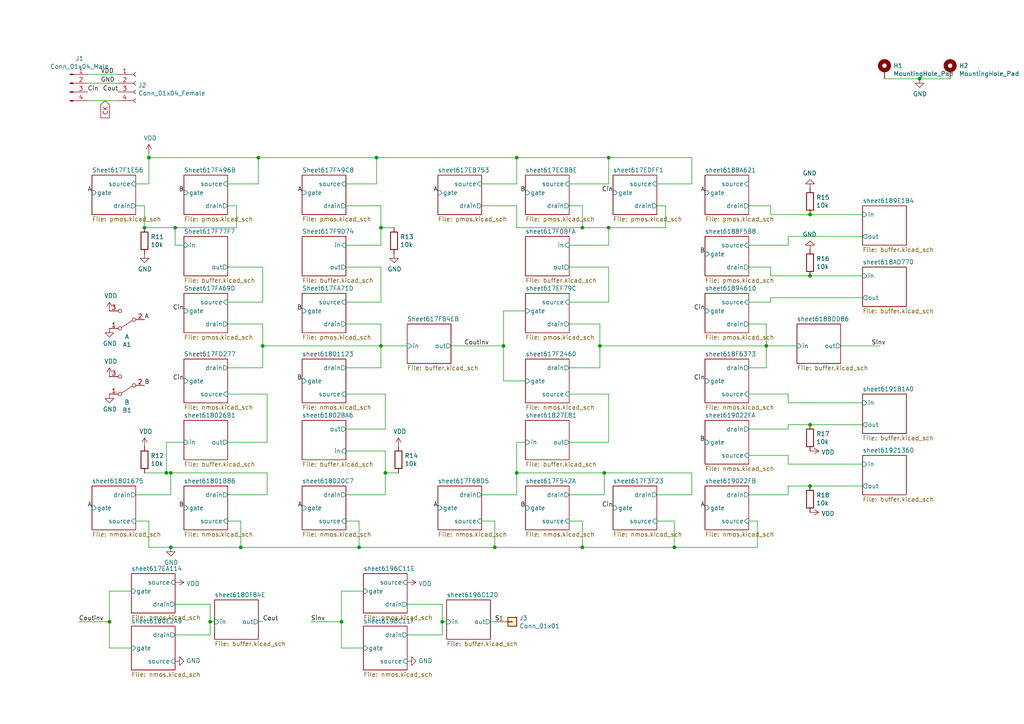
<source format=kicad_sch>
(kicad_sch (version 20210621) (generator eeschema)
  (paper "A4")
  (lib_symbols
    (symbol "Connector:Conn_01x04_Female" (pin_names (offset 1.016) hide)
      (property "Reference" "J" (at 0 5.08 0))
      (property "Value" "Conn_01x04_Female" (at 0 -7.62 0))
      (symbol "Conn_01x04_Female_1_1"
        (arc (start 0 -4.572) (mid -0.508 -5.08) (end 0 -5.588) (stroke (width 0.1524)))
        (arc (start 0 -2.032) (mid -0.508 -2.54) (end 0 -3.048) (stroke (width 0.1524)))
        (polyline (pts (xy -1.27 -5.08) (xy -0.508 -5.08)) (stroke (width 0.1524)))
        (polyline (pts (xy -1.27 -2.54) (xy -0.508 -2.54)) (stroke (width 0.1524)))
        (polyline (pts (xy -1.27 0) (xy -0.508 0)) (stroke (width 0.1524)))
        (polyline (pts (xy -1.27 2.54) (xy -0.508 2.54)) (stroke (width 0.1524)))
        (arc (start 0 0.508) (mid -0.508 0) (end 0 -0.508) (stroke (width 0.1524)))
        (arc (start 0 3.048) (mid -0.508 2.54) (end 0 2.032) (stroke (width 0.1524)))
        (pin passive line (at -5.08 2.54 0) (length 3.81) (name "Pin_1") (number "1"))
        (pin passive line (at -5.08 0 0) (length 3.81) (name "Pin_2") (number "2"))
        (pin passive line (at -5.08 -2.54 0) (length 3.81) (name "Pin_3") (number "3"))
        (pin passive line (at -5.08 -5.08 0) (length 3.81) (name "Pin_4") (number "4"))
      )
    )
    (symbol "Connector:Conn_01x04_Male" (pin_names (offset 1.016) hide)
      (property "Reference" "J" (at 0 5.08 0))
      (property "Value" "Conn_01x04_Male" (at 0 -7.62 0))
      (symbol "Conn_01x04_Male_1_1"
        (polyline (pts (xy 1.27 -5.08) (xy 0.8636 -5.08)) (stroke (width 0.1524)))
        (polyline (pts (xy 1.27 -2.54) (xy 0.8636 -2.54)) (stroke (width 0.1524)))
        (polyline (pts (xy 1.27 0) (xy 0.8636 0)) (stroke (width 0.1524)))
        (polyline (pts (xy 1.27 2.54) (xy 0.8636 2.54)) (stroke (width 0.1524)))
        (rectangle (start 0.8636 -4.953) (end 0 -5.207) (stroke (width 0.1524)) (fill (type outline)))
        (rectangle (start 0.8636 -2.413) (end 0 -2.667) (stroke (width 0.1524)) (fill (type outline)))
        (rectangle (start 0.8636 0.127) (end 0 -0.127) (stroke (width 0.1524)) (fill (type outline)))
        (rectangle (start 0.8636 2.667) (end 0 2.413) (stroke (width 0.1524)) (fill (type outline)))
        (pin passive line (at 5.08 2.54 180) (length 3.81) (name "Pin_1") (number "1"))
        (pin passive line (at 5.08 0 180) (length 3.81) (name "Pin_2") (number "2"))
        (pin passive line (at 5.08 -2.54 180) (length 3.81) (name "Pin_3") (number "3"))
        (pin passive line (at 5.08 -5.08 180) (length 3.81) (name "Pin_4") (number "4"))
      )
    )
    (symbol "Connector_Generic:Conn_01x01" (pin_names (offset 1.016) hide)
      (property "Reference" "J" (at 0 2.54 0))
      (property "Value" "Conn_01x01" (at 0 -2.54 0))
      (symbol "Conn_01x01_1_1"
        (rectangle (start -1.27 0.127) (end 0 -0.127) (stroke (width 0.1524)))
        (rectangle (start -1.27 1.27) (end 1.27 -1.27) (stroke (width 0.254)) (fill (type background)))
        (pin passive line (at -5.08 0 0) (length 3.81) (name "Pin_1") (number "1"))
      )
    )
    (symbol "Device:R" (pin_numbers hide) (pin_names (offset 0))
      (property "Reference" "R" (at 2.032 0 90))
      (property "Value" "R" (at 0 0 90))
      (symbol "R_0_1"
        (rectangle (start -1.016 -2.54) (end 1.016 2.54) (stroke (width 0.254)))
      )
      (symbol "R_1_1"
        (pin passive line (at 0 3.81 270) (length 1.27) (name "~") (number "1"))
        (pin passive line (at 0 -3.81 90) (length 1.27) (name "~") (number "2"))
      )
    )
    (symbol "Mechanical:MountingHole_Pad" (pin_numbers hide) (pin_names (offset 1.016) hide)
      (property "Reference" "H" (at 0 6.35 0))
      (property "Value" "MountingHole_Pad" (at 0 4.445 0))
      (symbol "MountingHole_Pad_0_1"
        (circle (center 0 1.27) (radius 1.27) (stroke (width 1.27)))
      )
      (symbol "MountingHole_Pad_1_1"
        (pin input line (at 0 -2.54 90) (length 2.54) (name "1") (number "1"))
      )
    )
    (symbol "Switch:SW_SPDT" (pin_names (offset 0) hide)
      (property "Reference" "SW" (at 0 4.318 0))
      (property "Value" "SW_SPDT" (at 0 -5.08 0))
      (symbol "SW_SPDT_0_0"
        (circle (center -2.032 0) (radius 0.508))
        (circle (center 2.032 -2.54) (radius 0.508))
      )
      (symbol "SW_SPDT_0_1"
        (polyline (pts (xy -1.524 0.254) (xy 1.651 2.286)))
        (circle (center 2.032 2.54) (radius 0.508))
      )
      (symbol "SW_SPDT_1_1"
        (pin passive line (at 5.08 2.54 180) (length 2.54) (name "A") (number "1"))
        (pin passive line (at -5.08 0 0) (length 2.54) (name "B") (number "2"))
        (pin passive line (at 5.08 -2.54 180) (length 2.54) (name "C") (number "3"))
      )
    )
    (symbol "power:GND" (power) (pin_names (offset 0))
      (property "Value" "GND" (at 0 -3.81 0))
      (symbol "GND_0_1"
        (polyline (pts (xy 0 0) (xy 0 -1.27) (xy 1.27 -1.27) (xy 0 -2.54) (xy -1.27 -1.27) (xy 0 -1.27)))
      )
      (symbol "GND_1_1"
        (pin power_in line (at 0 0 270) (length 0) hide (name "GND") (number "1"))
      )
    )
    (symbol "power:VDD" (power) (pin_names (offset 0))
      (property "Value" "VDD" (at 0 3.81 0))
      (symbol "VDD_0_1"
        (polyline (pts (xy -0.762 1.27) (xy 0 2.54)))
        (polyline (pts (xy 0 0) (xy 0 2.54)))
        (polyline (pts (xy 0 2.54) (xy 0.762 1.27)))
      )
      (symbol "VDD_1_1"
        (pin power_in line (at 0 0 90) (length 0) hide (name "VDD") (number "1"))
      )
    )
  )
  (junction (at 48.26 137.16))
  (junction (at 99.06 180.34))
  (junction (at 234.95 123.19))
  (junction (at 128.27 180.34))
  (junction (at 49.53 158.75))
  (junction (at 176.53 45.72))
  (junction (at 43.18 45.72))
  (junction (at 50.8 66.04))
  (junction (at 175.26 137.16))
  (junction (at 146.05 100.33))
  (junction (at 74.93 45.72))
  (junction (at 41.91 66.04))
  (junction (at 173.99 100.33))
  (junction (at 111.76 137.16))
  (junction (at 49.53 137.16))
  (junction (at 222.25 100.33))
  (junction (at 76.2 100.33))
  (junction (at 195.58 158.75))
  (junction (at 176.53 66.04))
  (junction (at 110.49 100.33))
  (junction (at 234.95 140.97))
  (junction (at 234.95 80.01))
  (junction (at 60.96 180.34))
  (junction (at 234.95 62.23))
  (junction (at 104.14 158.75))
  (junction (at 149.86 137.16))
  (junction (at 149.86 45.72))
  (junction (at 109.22 45.72))
  (junction (at 168.91 158.75))
  (junction (at 31.75 180.34))
  (junction (at 266.7 22.86))
  (junction (at 168.91 66.04))
  (junction (at 143.51 158.75))
  (junction (at 110.49 66.04))
  (junction (at 69.85 158.75))
  (wire (pts (xy 234.95 123.19) (xy 250.19 123.19)))
  (wire (pts (xy 219.71 151.13) (xy 217.17 151.13)))
  (wire (pts (xy 115.57 137.16) (xy 111.76 137.16)))
  (wire (pts (xy 149.86 53.34) (xy 139.7 53.34)))
  (wire (pts (xy 25.4 24.13) (xy 34.29 24.13)))
  (wire (pts (xy 139.7 143.51) (xy 149.86 143.51)))
  (wire (pts (xy 100.33 143.51) (xy 111.76 143.51)))
  (wire (pts (xy 50.8 66.04) (xy 50.8 71.12)))
  (wire (pts (xy 111.76 124.46) (xy 111.76 114.3)))
  (wire (pts (xy 146.05 90.17) (xy 152.4 90.17)))
  (wire (pts (xy 228.6 134.62) (xy 250.19 134.62)))
  (wire (pts (xy 146.05 100.33) (xy 146.05 110.49)))
  (wire (pts (xy 31.75 171.45) (xy 38.1 171.45)))
  (wire (pts (xy 76.2 93.98) (xy 76.2 100.33)))
  (wire (pts (xy 110.49 93.98) (xy 110.49 100.33)))
  (wire (pts (xy 49.53 137.16) (xy 48.26 137.16)))
  (wire (pts (xy 111.76 114.3) (xy 100.33 114.3)))
  (wire (pts (xy 50.8 184.15) (xy 60.96 184.15)))
  (wire (pts (xy 110.49 59.69) (xy 110.49 66.04)))
  (wire (pts (xy 99.06 180.34) (xy 99.06 171.45)))
  (wire (pts (xy 200.66 53.34) (xy 190.5 53.34)))
  (wire (pts (xy 41.91 66.04) (xy 41.91 59.69)))
  (wire (pts (xy 41.91 137.16) (xy 48.26 137.16)))
  (wire (pts (xy 48.26 137.16) (xy 48.26 128.27)))
  (wire (pts (xy 104.14 158.75) (xy 104.14 151.13)))
  (wire (pts (xy 109.22 45.72) (xy 149.86 45.72)))
  (wire (pts (xy 266.7 22.86) (xy 275.59 22.86)))
  (wire (pts (xy 173.99 100.33) (xy 222.25 100.33)))
  (wire (pts (xy 195.58 158.75) (xy 195.58 151.13)))
  (wire (pts (xy 168.91 151.13) (xy 165.1 151.13)))
  (wire (pts (xy 223.52 77.47) (xy 223.52 80.01)))
  (wire (pts (xy 74.93 53.34) (xy 66.04 53.34)))
  (wire (pts (xy 143.51 158.75) (xy 143.51 151.13)))
  (wire (pts (xy 43.18 45.72) (xy 74.93 45.72)))
  (wire (pts (xy 200.66 45.72) (xy 200.66 53.34)))
  (wire (pts (xy 149.86 137.16) (xy 175.26 137.16)))
  (wire (pts (xy 168.91 66.04) (xy 176.53 66.04)))
  (wire (pts (xy 173.99 93.98) (xy 173.99 100.33)))
  (wire (pts (xy 149.86 45.72) (xy 149.86 53.34)))
  (wire (pts (xy 110.49 66.04) (xy 110.49 71.12)))
  (wire (pts (xy 77.47 128.27) (xy 77.47 114.3)))
  (wire (pts (xy 176.53 114.3) (xy 165.1 114.3)))
  (wire (pts (xy 66.04 143.51) (xy 77.47 143.51)))
  (wire (pts (xy 228.6 71.12) (xy 228.6 68.58)))
  (wire (pts (xy 165.1 143.51) (xy 175.26 143.51)))
  (wire (pts (xy 77.47 137.16) (xy 49.53 137.16)))
  (wire (pts (xy 50.8 71.12) (xy 53.34 71.12)))
  (wire (pts (xy 110.49 100.33) (xy 118.11 100.33)))
  (wire (pts (xy 243.84 100.33) (xy 255.27 100.33)))
  (wire (pts (xy 110.49 87.63) (xy 110.49 77.47)))
  (wire (pts (xy 104.14 151.13) (xy 100.33 151.13)))
  (wire (pts (xy 228.6 124.46) (xy 228.6 123.19)))
  (wire (pts (xy 228.6 68.58) (xy 250.19 68.58)))
  (wire (pts (xy 111.76 143.51) (xy 111.76 137.16)))
  (wire (pts (xy 25.4 21.59) (xy 34.29 21.59)))
  (wire (pts (xy 100.33 93.98) (xy 110.49 93.98)))
  (wire (pts (xy 60.96 175.26) (xy 60.96 180.34)))
  (wire (pts (xy 49.53 158.75) (xy 69.85 158.75)))
  (wire (pts (xy 60.96 184.15) (xy 60.96 180.34)))
  (wire (pts (xy 176.53 77.47) (xy 176.53 87.63)))
  (wire (pts (xy 100.33 106.68) (xy 110.49 106.68)))
  (wire (pts (xy 222.25 106.68) (xy 222.25 100.33)))
  (wire (pts (xy 111.76 130.81) (xy 100.33 130.81)))
  (wire (pts (xy 43.18 44.45) (xy 43.18 45.72)))
  (wire (pts (xy 173.99 106.68) (xy 173.99 100.33)))
  (wire (pts (xy 39.37 143.51) (xy 49.53 143.51)))
  (wire (pts (xy 193.04 66.04) (xy 193.04 59.69)))
  (wire (pts (xy 176.53 45.72) (xy 176.53 53.34)))
  (wire (pts (xy 66.04 93.98) (xy 76.2 93.98)))
  (wire (pts (xy 149.86 137.16) (xy 149.86 128.27)))
  (wire (pts (xy 110.49 106.68) (xy 110.49 100.33)))
  (wire (pts (xy 228.6 143.51) (xy 228.6 140.97)))
  (wire (pts (xy 193.04 59.69) (xy 190.5 59.69)))
  (wire (pts (xy 168.91 158.75) (xy 168.91 151.13)))
  (wire (pts (xy 256.54 22.86) (xy 266.7 22.86)))
  (wire (pts (xy 60.96 180.34) (xy 62.23 180.34)))
  (wire (pts (xy 217.17 106.68) (xy 222.25 106.68)))
  (wire (pts (xy 176.53 66.04) (xy 176.53 71.12)))
  (wire (pts (xy 223.52 87.63) (xy 223.52 86.36)))
  (wire (pts (xy 50.8 66.04) (xy 41.91 66.04)))
  (wire (pts (xy 200.66 143.51) (xy 190.5 143.51)))
  (wire (pts (xy 128.27 184.15) (xy 128.27 180.34)))
  (wire (pts (xy 104.14 158.75) (xy 143.51 158.75)))
  (wire (pts (xy 168.91 158.75) (xy 195.58 158.75)))
  (wire (pts (xy 217.17 143.51) (xy 228.6 143.51)))
  (wire (pts (xy 109.22 53.34) (xy 100.33 53.34)))
  (wire (pts (xy 143.51 158.75) (xy 168.91 158.75)))
  (wire (pts (xy 228.6 140.97) (xy 234.95 140.97)))
  (wire (pts (xy 195.58 158.75) (xy 219.71 158.75)))
  (wire (pts (xy 223.52 86.36) (xy 250.19 86.36)))
  (wire (pts (xy 165.1 93.98) (xy 173.99 93.98)))
  (wire (pts (xy 217.17 77.47) (xy 223.52 77.47)))
  (wire (pts (xy 217.17 93.98) (xy 222.25 93.98)))
  (wire (pts (xy 43.18 45.72) (xy 43.18 53.34)))
  (wire (pts (xy 217.17 59.69) (xy 223.52 59.69)))
  (wire (pts (xy 69.85 158.75) (xy 69.85 151.13)))
  (wire (pts (xy 176.53 53.34) (xy 165.1 53.34)))
  (wire (pts (xy 48.26 128.27) (xy 53.34 128.27)))
  (wire (pts (xy 200.66 137.16) (xy 200.66 143.51)))
  (wire (pts (xy 175.26 137.16) (xy 200.66 137.16)))
  (wire (pts (xy 228.6 114.3) (xy 228.6 116.84)))
  (wire (pts (xy 143.51 151.13) (xy 139.7 151.13)))
  (wire (pts (xy 66.04 87.63) (xy 76.2 87.63)))
  (wire (pts (xy 149.86 59.69) (xy 149.86 66.04)))
  (wire (pts (xy 146.05 110.49) (xy 152.4 110.49)))
  (wire (pts (xy 31.75 187.96) (xy 38.1 187.96)))
  (wire (pts (xy 111.76 137.16) (xy 111.76 130.81)))
  (wire (pts (xy 74.93 45.72) (xy 74.93 53.34)))
  (wire (pts (xy 217.17 87.63) (xy 223.52 87.63)))
  (wire (pts (xy 146.05 100.33) (xy 146.05 90.17)))
  (wire (pts (xy 149.86 143.51) (xy 149.86 137.16)))
  (wire (pts (xy 219.71 158.75) (xy 219.71 151.13)))
  (wire (pts (xy 77.47 114.3) (xy 66.04 114.3)))
  (wire (pts (xy 217.17 71.12) (xy 228.6 71.12)))
  (wire (pts (xy 66.04 106.68) (xy 76.2 106.68)))
  (wire (pts (xy 25.4 29.21) (xy 34.29 29.21)))
  (wire (pts (xy 130.81 100.33) (xy 146.05 100.33)))
  (wire (pts (xy 234.95 62.23) (xy 250.19 62.23)))
  (wire (pts (xy 76.2 87.63) (xy 76.2 77.47)))
  (wire (pts (xy 99.06 180.34) (xy 99.06 187.96)))
  (wire (pts (xy 68.58 59.69) (xy 68.58 66.04)))
  (wire (pts (xy 195.58 151.13) (xy 190.5 151.13)))
  (wire (pts (xy 109.22 45.72) (xy 109.22 53.34)))
  (wire (pts (xy 114.3 66.04) (xy 110.49 66.04)))
  (wire (pts (xy 74.93 180.34) (xy 76.2 180.34)))
  (wire (pts (xy 43.18 53.34) (xy 39.37 53.34)))
  (wire (pts (xy 223.52 62.23) (xy 234.95 62.23)))
  (wire (pts (xy 165.1 77.47) (xy 176.53 77.47)))
  (wire (pts (xy 176.53 66.04) (xy 193.04 66.04)))
  (wire (pts (xy 110.49 77.47) (xy 100.33 77.47)))
  (wire (pts (xy 165.1 106.68) (xy 173.99 106.68)))
  (wire (pts (xy 128.27 175.26) (xy 128.27 180.34)))
  (wire (pts (xy 176.53 71.12) (xy 165.1 71.12)))
  (wire (pts (xy 223.52 80.01) (xy 234.95 80.01)))
  (wire (pts (xy 31.75 180.34) (xy 31.75 171.45)))
  (wire (pts (xy 50.8 175.26) (xy 60.96 175.26)))
  (wire (pts (xy 74.93 45.72) (xy 109.22 45.72)))
  (wire (pts (xy 66.04 59.69) (xy 68.58 59.69)))
  (wire (pts (xy 223.52 59.69) (xy 223.52 62.23)))
  (wire (pts (xy 39.37 151.13) (xy 43.18 151.13)))
  (wire (pts (xy 69.85 151.13) (xy 66.04 151.13)))
  (wire (pts (xy 76.2 100.33) (xy 110.49 100.33)))
  (wire (pts (xy 99.06 171.45) (xy 105.41 171.45)))
  (wire (pts (xy 76.2 77.47) (xy 66.04 77.47)))
  (wire (pts (xy 234.95 80.01) (xy 250.19 80.01)))
  (wire (pts (xy 149.86 128.27) (xy 152.4 128.27)))
  (wire (pts (xy 165.1 128.27) (xy 176.53 128.27)))
  (wire (pts (xy 176.53 87.63) (xy 165.1 87.63)))
  (wire (pts (xy 43.18 158.75) (xy 49.53 158.75)))
  (wire (pts (xy 234.95 140.97) (xy 250.19 140.97)))
  (wire (pts (xy 66.04 128.27) (xy 77.47 128.27)))
  (wire (pts (xy 222.25 93.98) (xy 222.25 100.33)))
  (wire (pts (xy 165.1 59.69) (xy 168.91 59.69)))
  (wire (pts (xy 118.11 175.26) (xy 128.27 175.26)))
  (wire (pts (xy 176.53 45.72) (xy 200.66 45.72)))
  (wire (pts (xy 49.53 143.51) (xy 49.53 137.16)))
  (wire (pts (xy 228.6 132.08) (xy 228.6 134.62)))
  (wire (pts (xy 100.33 124.46) (xy 111.76 124.46)))
  (wire (pts (xy 76.2 106.68) (xy 76.2 100.33)))
  (wire (pts (xy 43.18 151.13) (xy 43.18 158.75)))
  (wire (pts (xy 217.17 124.46) (xy 228.6 124.46)))
  (wire (pts (xy 100.33 87.63) (xy 110.49 87.63)))
  (wire (pts (xy 149.86 66.04) (xy 168.91 66.04)))
  (wire (pts (xy 90.17 180.34) (xy 99.06 180.34)))
  (wire (pts (xy 217.17 132.08) (xy 228.6 132.08)))
  (wire (pts (xy 217.17 114.3) (xy 228.6 114.3)))
  (wire (pts (xy 99.06 187.96) (xy 105.41 187.96)))
  (wire (pts (xy 175.26 143.51) (xy 175.26 137.16)))
  (wire (pts (xy 22.86 180.34) (xy 31.75 180.34)))
  (wire (pts (xy 110.49 71.12) (xy 100.33 71.12)))
  (wire (pts (xy 31.75 180.34) (xy 31.75 187.96)))
  (wire (pts (xy 176.53 128.27) (xy 176.53 114.3)))
  (wire (pts (xy 69.85 158.75) (xy 104.14 158.75)))
  (wire (pts (xy 139.7 59.69) (xy 149.86 59.69)))
  (wire (pts (xy 142.24 180.34) (xy 143.51 180.34)))
  (wire (pts (xy 168.91 59.69) (xy 168.91 66.04)))
  (wire (pts (xy 77.47 143.51) (xy 77.47 137.16)))
  (wire (pts (xy 228.6 123.19) (xy 234.95 123.19)))
  (wire (pts (xy 222.25 100.33) (xy 231.14 100.33)))
  (wire (pts (xy 100.33 59.69) (xy 110.49 59.69)))
  (wire (pts (xy 118.11 184.15) (xy 128.27 184.15)))
  (wire (pts (xy 128.27 180.34) (xy 129.54 180.34)))
  (wire (pts (xy 228.6 116.84) (xy 250.19 116.84)))
  (wire (pts (xy 68.58 66.04) (xy 50.8 66.04)))
  (wire (pts (xy 41.91 59.69) (xy 39.37 59.69)))
  (wire (pts (xy 149.86 45.72) (xy 176.53 45.72)))
  (label "A" (at 127 55.88 180))
  (label "A" (at 87.63 55.88 180))
  (label "GND" (at 29.21 24.13 0))
  (label "A" (at 41.91 92.71 0))
  (label "A" (at 204.47 147.32 180))
  (label "A" (at 87.63 147.32 180))
  (label "Cout" (at 34.29 26.67 180))
  (label "Cout" (at 76.2 180.34 0))
  (label "A" (at 204.47 55.88 180))
  (label "B" (at 204.47 128.27 180))
  (label "Cin" (at 204.47 110.49 180))
  (label "B" (at 87.63 90.17 180))
  (label "A" (at 26.67 55.88 180))
  (label "B" (at 41.91 111.76 0))
  (label "A" (at 127 147.32 180))
  (label "Cin" (at 53.34 110.49 180))
  (label "Coutinv" (at 134.62 100.33 0))
  (label "B" (at 152.4 55.88 180))
  (label "Sinv" (at 252.73 100.33 0))
  (label "B" (at 87.63 110.49 180))
  (label "VDD" (at 29.21 21.59 0))
  (label "Coutinv" (at 22.86 180.34 0))
  (label "Sinv" (at 90.17 180.34 0))
  (label "B" (at 53.34 147.32 180))
  (label "Cin" (at 177.8 55.88 180))
  (label "B" (at 53.34 55.88 180))
  (label "B" (at 204.47 73.66 180))
  (label "B" (at 152.4 147.32 180))
  (label "Cin" (at 204.47 90.17 180))
  (label "Cin" (at 25.4 26.67 0))
  (label "S" (at 143.51 180.34 0))
  (label "A" (at 26.67 147.32 180))
  (label "Cin" (at 177.8 147.32 180))
  (label "Cin" (at 53.34 90.17 180))
  (global_label "CK" (shape input) (at 30.48 29.21 270) (property "Intersheet References" "${INTERSHEET_REFS}" (effects hide)))
  (symbol (lib_id "power:VDD") (at 43.18 44.45 0) (unit 1)
    (property "Reference" "#PWR0101" (effects hide))
    (property "Value" "VDD" (at 43.561 40.0558 0))
  )
  (symbol (lib_id "Switch:SW_SPDT") (at 36.83 92.71 180) (unit 1)
    (property "Reference" "A1" (at 36.83 99.949 0))
    (property "Value" "A" (at 36.83 97.6376 0))
    (property "Footprint" "digikey-footprints:PinHeader_1x3_P2.5mm_Drill1.1mm" (effects hide))
  )
  (symbol (lib_id "Switch:SW_SPDT") (at 36.83 111.76 180) (unit 1)
    (property "Reference" "B1" (at 36.83 118.999 0))
    (property "Value" "B" (at 36.83 116.6876 0))
    (property "Footprint" "digikey-footprints:PinHeader_1x3_P2.5mm_Drill1.1mm" (effects hide))
  )
  (symbol (lib_id "power:VDD") (at 31.75 90.17 0) (unit 1)
    (property "Reference" "#PWR0113" (effects hide))
    (property "Value" "VDD" (at 32.131 85.7758 0))
  )
  (symbol (lib_id "power:VDD") (at 31.75 109.22 0) (unit 1)
    (property "Reference" "#PWR0114" (effects hide))
    (property "Value" "VDD" (at 32.131 104.8258 0))
  )
  (symbol (lib_id "power:GND") (at 31.75 95.25 0) (unit 1)
    (property "Reference" "#PWR0115" (effects hide))
    (property "Value" "GND" (at 31.877 99.6442 0))
  )
  (symbol (lib_id "power:GND") (at 31.75 114.3 0) (unit 1)
    (property "Reference" "#PWR0116" (effects hide))
    (property "Value" "GND" (at 31.877 118.6942 0))
  )
  (symbol (lib_id "Mechanical:MountingHole_Pad") (at 275.59 20.32 0) (unit 1)
    (property "Reference" "H2" (at 278.13 19.0754 0) (effects (justify left)))
    (property "Value" "MountingHole_Pad" (at 278.13 21.3868 0) (effects (justify left)))
    (property "Footprint" "adder:AlignmentHole_3.2mm_M3" (effects hide))
  )
  (symbol (lib_id "Mechanical:MountingHole_Pad") (at 256.54 20.32 0) (unit 1)
    (property "Reference" "H1" (at 259.08 19.0754 0) (effects (justify left)))
    (property "Value" "MountingHole_Pad" (at 259.08 21.3868 0) (effects (justify left)))
    (property "Footprint" "adder:AlignmentHole_3.2mm_M3" (effects hide))
  )
  (symbol (lib_id "Connector:Conn_01x04_Male") (at 20.32 24.13 0) (unit 1)
    (property "Reference" "J1" (at 23.0632 16.9926 0))
    (property "Value" "Conn_01x04_Male" (at 23.0632 19.304 0))
    (property "Footprint" "Connector_PinHeader_2.54mm:PinHeader_1x04_P2.54mm_Horizontal" (effects hide))
  )
  (symbol (lib_id "Connector:Conn_01x04_Female") (at 39.37 24.13 0) (unit 1)
    (property "Reference" "J2" (at 40.0812 24.7396 0) (effects (justify left)))
    (property "Value" "Conn_01x04_Female" (at 40.0812 27.051 0) (effects (justify left)))
    (property "Footprint" "Connector_PinSocket_2.54mm:PinSocket_1x04_P2.54mm_Horizontal" (effects hide))
  )
  (symbol (lib_id "power:GND") (at 266.7 22.86 0) (unit 1)
    (property "Reference" "#PWR0135" (effects hide))
    (property "Value" "GND" (at 266.827 27.2542 0))
  )
  (symbol (lib_id "power:GND") (at 49.53 158.75 0) (unit 1)
    (property "Reference" "#PWR0102" (effects hide))
    (property "Value" "GND" (at 49.657 163.1442 0))
  )
  (symbol (lib_id "Device:R") (at 41.91 69.85 0) (unit 1)
    (property "Reference" "R11" (at 43.688 68.6816 0) (effects (justify left)))
    (property "Value" "10k" (at 43.688 70.993 0) (effects (justify left)))
    (property "Footprint" "Resistor_SMD:R_0402_1005Metric" (effects hide))
  )
  (symbol (lib_id "Device:R") (at 114.3 69.85 180) (unit 1)
    (property "Reference" "R13" (at 116.078 68.6816 0) (effects (justify right)))
    (property "Value" "10k" (at 116.078 70.993 0) (effects (justify right)))
    (property "Footprint" "Resistor_SMD:R_0402_1005Metric" (effects hide))
  )
  (symbol (lib_id "power:GND") (at 41.91 73.66 0) (unit 1)
    (property "Reference" "#PWR0117" (effects hide))
    (property "Value" "GND" (at 42.037 78.0542 0))
  )
  (symbol (lib_id "power:GND") (at 114.3 73.66 0) (unit 1)
    (property "Reference" "#PWR0118" (effects hide))
    (property "Value" "GND" (at 114.427 78.0542 0))
  )
  (symbol (lib_id "Device:R") (at 41.91 133.35 0) (unit 1)
    (property "Reference" "R12" (at 43.688 132.1816 0) (effects (justify left)))
    (property "Value" "10k" (at 43.688 134.493 0) (effects (justify left)))
    (property "Footprint" "Resistor_SMD:R_0402_1005Metric" (effects hide))
  )
  (symbol (lib_id "Device:R") (at 115.57 133.35 0) (unit 1)
    (property "Reference" "R14" (at 117.348 132.1816 0) (effects (justify left)))
    (property "Value" "10k" (at 117.348 134.493 0) (effects (justify left)))
    (property "Footprint" "Resistor_SMD:R_0402_1005Metric" (effects hide))
  )
  (symbol (lib_id "power:VDD") (at 41.91 129.54 0) (unit 1)
    (property "Reference" "#PWR0119" (effects hide))
    (property "Value" "VDD" (at 42.291 125.1458 0))
  )
  (symbol (lib_id "power:VDD") (at 115.57 129.54 0) (unit 1)
    (property "Reference" "#PWR0120" (effects hide))
    (property "Value" "VDD" (at 115.951 125.1458 0))
  )
  (symbol (lib_id "power:VDD") (at 50.8 168.91 270) (unit 1)
    (property "Reference" "#PWR0121" (effects hide))
    (property "Value" "VDD" (at 54.0512 169.291 90) (effects (justify left)))
  )
  (symbol (lib_id "power:GND") (at 50.8 191.77 90) (unit 1)
    (property "Reference" "#PWR0122" (effects hide))
    (property "Value" "GND" (at 54.0512 191.643 90) (effects (justify right)))
  )
  (symbol (lib_id "Connector_Generic:Conn_01x01") (at 148.59 180.34 0) (unit 1)
    (property "Reference" "J3" (at 150.622 179.2732 0) (effects (justify left)))
    (property "Value" "Conn_01x01" (at 150.622 181.5846 0) (effects (justify left)))
    (property "Footprint" "Connector_PinHeader_1.27mm:PinHeader_1x01_P1.27mm_Vertical" (effects hide))
  )
  (symbol (lib_id "Device:R") (at 234.95 58.42 0) (unit 1)
    (property "Reference" "R15" (at 236.728 57.2516 0) (effects (justify left)))
    (property "Value" "10k" (at 236.728 59.563 0) (effects (justify left)))
    (property "Footprint" "Resistor_SMD:R_0402_1005Metric" (effects hide))
  )
  (symbol (lib_id "Device:R") (at 234.95 76.2 0) (unit 1)
    (property "Reference" "R16" (at 236.728 75.0316 0) (effects (justify left)))
    (property "Value" "10k" (at 236.728 77.343 0) (effects (justify left)))
    (property "Footprint" "Resistor_SMD:R_0402_1005Metric" (effects hide))
  )
  (symbol (lib_id "power:GND") (at 234.95 54.61 180) (unit 1)
    (property "Reference" "#PWR0123" (effects hide))
    (property "Value" "GND" (at 234.823 50.2158 0))
  )
  (symbol (lib_id "power:GND") (at 234.95 72.39 180) (unit 1)
    (property "Reference" "#PWR0124" (effects hide))
    (property "Value" "GND" (at 234.823 67.9958 0))
  )
  (symbol (lib_id "Device:R") (at 234.95 144.78 0) (unit 1)
    (property "Reference" "R18" (at 236.728 143.6116 0) (effects (justify left)))
    (property "Value" "10k" (at 236.728 145.923 0) (effects (justify left)))
    (property "Footprint" "Resistor_SMD:R_0402_1005Metric" (effects hide))
  )
  (symbol (lib_id "Device:R") (at 234.95 127 0) (unit 1)
    (property "Reference" "R17" (at 236.728 125.8316 0) (effects (justify left)))
    (property "Value" "10k" (at 236.728 128.143 0) (effects (justify left)))
    (property "Footprint" "Resistor_SMD:R_0402_1005Metric" (effects hide))
  )
  (symbol (lib_id "power:VDD") (at 234.95 130.81 270) (unit 1)
    (property "Reference" "#PWR0125" (effects hide))
    (property "Value" "VDD" (at 238.2012 131.191 90) (effects (justify left)))
  )
  (symbol (lib_id "power:VDD") (at 234.95 148.59 270) (unit 1)
    (property "Reference" "#PWR0126" (effects hide))
    (property "Value" "VDD" (at 238.2012 148.971 90) (effects (justify left)))
  )
  (symbol (lib_id "power:VDD") (at 118.11 168.91 270) (unit 1)
    (property "Reference" "#PWR0127" (effects hide))
    (property "Value" "VDD" (at 121.3612 169.291 90) (effects (justify left)))
  )
  (symbol (lib_id "power:GND") (at 118.11 191.77 90) (unit 1)
    (property "Reference" "#PWR0128" (effects hide))
    (property "Value" "GND" (at 121.3612 191.643 90) (effects (justify right)))
  )
  (sheet (at 38.1 166.37) (size 12.7 11.43)
    (property "Sheet name" "sheet617EA114" (at 38.1 165.6584 0) (effects (justify left bottom)))
    (property "Sheet file" "pmos.kicad_sch" (at 38.1 178.3846 0) (effects (justify left top)))
    (pin "source" input (at 50.8 168.91 0))
    (pin "drain" output (at 50.8 175.26 0))
    (pin "gate" input (at 38.1 171.45 180))
  )
  (sheet (at 127 50.8) (size 12.7 11.43)
    (property "Sheet name" "sheet617EB753" (at 127 50.0884 0) (effects (justify left bottom)))
    (property "Sheet file" "pmos.kicad_sch" (at 127 62.8146 0) (effects (justify left top)))
    (pin "source" input (at 139.7 53.34 0))
    (pin "drain" output (at 139.7 59.69 0))
    (pin "gate" input (at 127 55.88 180))
  )
  (sheet (at 152.4 50.8) (size 12.7 11.43)
    (property "Sheet name" "sheet617ECBBE" (at 152.4 50.0884 0) (effects (justify left bottom)))
    (property "Sheet file" "pmos.kicad_sch" (at 152.4 62.8146 0) (effects (justify left top)))
    (pin "source" input (at 165.1 53.34 0))
    (pin "drain" output (at 165.1 59.69 0))
    (pin "gate" input (at 152.4 55.88 180))
  )
  (sheet (at 177.8 50.8) (size 12.7 11.43)
    (property "Sheet name" "sheet617EDFF1" (at 177.8 50.0884 0) (effects (justify left bottom)))
    (property "Sheet file" "pmos.kicad_sch" (at 177.8 62.8146 0) (effects (justify left top)))
    (pin "source" input (at 190.5 53.34 0))
    (pin "drain" output (at 190.5 59.69 0))
    (pin "gate" input (at 177.8 55.88 180))
  )
  (sheet (at 152.4 85.09) (size 12.7 11.43)
    (property "Sheet name" "sheet617EF79C" (at 152.4 84.3784 0) (effects (justify left bottom)))
    (property "Sheet file" "pmos.kicad_sch" (at 152.4 97.1046 0) (effects (justify left top)))
    (pin "source" input (at 165.1 87.63 0))
    (pin "drain" output (at 165.1 93.98 0))
    (pin "gate" input (at 152.4 90.17 180))
  )
  (sheet (at 152.4 68.58) (size 12.7 11.43)
    (property "Sheet name" "sheet617F0BFA" (at 152.4 67.8684 0) (effects (justify left bottom)))
    (property "Sheet file" "buffer.kicad_sch" (at 152.4 80.5946 0) (effects (justify left top)))
    (pin "in" input (at 165.1 71.12 0))
    (pin "out" output (at 165.1 77.47 0))
  )
  (sheet (at 26.67 50.8) (size 12.7 11.43)
    (property "Sheet name" "Sheet617F1E56" (at 26.67 50.0884 0) (effects (justify left bottom)))
    (property "Sheet file" "pmos.kicad_sch" (at 26.67 62.8146 0) (effects (justify left top)))
    (pin "source" input (at 39.37 53.34 0))
    (pin "drain" output (at 39.37 59.69 0))
    (pin "gate" input (at 26.67 55.88 180))
  )
  (sheet (at 152.4 104.14) (size 12.7 12.7)
    (property "Sheet name" "sheet617F2460" (at 152.4 103.4284 0) (effects (justify left bottom)))
    (property "Sheet file" "nmos.kicad_sch" (at 152.4 117.4246 0) (effects (justify left top)))
    (pin "source" input (at 165.1 114.3 0))
    (pin "drain" output (at 165.1 106.68 0))
    (pin "gate" input (at 152.4 110.49 180))
  )
  (sheet (at 177.8 140.97) (size 12.7 12.7)
    (property "Sheet name" "sheet617F3F23" (at 177.8 140.2584 0) (effects (justify left bottom)))
    (property "Sheet file" "nmos.kicad_sch" (at 177.8 154.2546 0) (effects (justify left top)))
    (pin "source" input (at 190.5 151.13 0))
    (pin "drain" output (at 190.5 143.51 0))
    (pin "gate" input (at 177.8 147.32 180))
  )
  (sheet (at 53.34 50.8) (size 12.7 11.43)
    (property "Sheet name" "Sheet617F496B" (at 53.34 50.0884 0) (effects (justify left bottom)))
    (property "Sheet file" "pmos.kicad_sch" (at 53.34 62.8146 0) (effects (justify left top)))
    (pin "source" input (at 66.04 53.34 0))
    (pin "drain" output (at 66.04 59.69 0))
    (pin "gate" input (at 53.34 55.88 180))
  )
  (sheet (at 87.63 50.8) (size 12.7 11.43)
    (property "Sheet name" "Sheet617F49C8" (at 87.63 50.0884 0) (effects (justify left bottom)))
    (property "Sheet file" "pmos.kicad_sch" (at 87.63 62.8146 0) (effects (justify left top)))
    (pin "source" input (at 100.33 53.34 0))
    (pin "drain" output (at 100.33 59.69 0))
    (pin "gate" input (at 87.63 55.88 180))
  )
  (sheet (at 152.4 140.97) (size 12.7 12.7)
    (property "Sheet name" "sheet617F542A" (at 152.4 140.2584 0) (effects (justify left bottom)))
    (property "Sheet file" "nmos.kicad_sch" (at 152.4 154.2546 0) (effects (justify left top)))
    (pin "source" input (at 165.1 151.13 0))
    (pin "drain" output (at 165.1 143.51 0))
    (pin "gate" input (at 152.4 147.32 180))
  )
  (sheet (at 127 140.97) (size 12.7 12.7)
    (property "Sheet name" "sheet617F68D5" (at 127 140.2584 0) (effects (justify left bottom)))
    (property "Sheet file" "nmos.kicad_sch" (at 127 154.2546 0) (effects (justify left top)))
    (pin "source" input (at 139.7 151.13 0))
    (pin "drain" output (at 139.7 143.51 0))
    (pin "gate" input (at 127 147.32 180))
  )
  (sheet (at 53.34 68.58) (size 12.7 11.43)
    (property "Sheet name" "Sheet617F77F7" (at 53.34 67.8684 0) (effects (justify left bottom)))
    (property "Sheet file" "buffer.kicad_sch" (at 53.34 80.5946 0) (effects (justify left top)))
    (pin "in" input (at 53.34 71.12 180))
    (pin "out" output (at 66.04 77.47 0))
  )
  (sheet (at 87.63 68.58) (size 12.7 11.43)
    (property "Sheet name" "Sheet617F9D74" (at 87.63 67.8684 0) (effects (justify left bottom)))
    (property "Sheet file" "buffer.kicad_sch" (at 87.63 80.5946 0) (effects (justify left top)))
    (pin "in" input (at 100.33 71.12 0))
    (pin "out" output (at 100.33 77.47 0))
  )
  (sheet (at 53.34 85.09) (size 12.7 11.43)
    (property "Sheet name" "Sheet617FA69D" (at 53.34 84.3784 0) (effects (justify left bottom)))
    (property "Sheet file" "pmos.kicad_sch" (at 53.34 97.1046 0) (effects (justify left top)))
    (pin "source" input (at 66.04 87.63 0))
    (pin "drain" output (at 66.04 93.98 0))
    (pin "gate" input (at 53.34 90.17 180))
  )
  (sheet (at 87.63 85.09) (size 12.7 11.43)
    (property "Sheet name" "Sheet617FA71D" (at 87.63 84.3784 0) (effects (justify left bottom)))
    (property "Sheet file" "pmos.kicad_sch" (at 87.63 97.1046 0) (effects (justify left top)))
    (pin "source" input (at 100.33 87.63 0))
    (pin "drain" output (at 100.33 93.98 0))
    (pin "gate" input (at 87.63 90.17 180))
  )
  (sheet (at 118.11 93.98) (size 12.7 11.43)
    (property "Sheet name" "Sheet617FB4EB" (at 118.11 93.2684 0) (effects (justify left bottom)))
    (property "Sheet file" "buffer.kicad_sch" (at 118.11 105.9946 0) (effects (justify left top)))
    (pin "in" input (at 118.11 100.33 180))
    (pin "out" output (at 130.81 100.33 0))
  )
  (sheet (at 53.34 104.14) (size 12.7 12.7)
    (property "Sheet name" "Sheet617FD277" (at 53.34 103.4284 0) (effects (justify left bottom)))
    (property "Sheet file" "nmos.kicad_sch" (at 53.34 117.4246 0) (effects (justify left top)))
    (pin "source" input (at 66.04 114.3 0))
    (pin "drain" output (at 66.04 106.68 0))
    (pin "gate" input (at 53.34 110.49 180))
  )
  (sheet (at 87.63 104.14) (size 12.7 12.7)
    (property "Sheet name" "sheet61801123" (at 87.63 103.4284 0) (effects (justify left bottom)))
    (property "Sheet file" "nmos.kicad_sch" (at 87.63 117.4246 0) (effects (justify left top)))
    (pin "source" input (at 100.33 114.3 0))
    (pin "drain" output (at 100.33 106.68 0))
    (pin "gate" input (at 87.63 110.49 180))
  )
  (sheet (at 26.67 140.97) (size 12.7 12.7)
    (property "Sheet name" "sheet61801675" (at 26.67 140.2584 0) (effects (justify left bottom)))
    (property "Sheet file" "nmos.kicad_sch" (at 26.67 154.2546 0) (effects (justify left top)))
    (pin "source" input (at 39.37 151.13 0))
    (pin "drain" output (at 39.37 143.51 0))
    (pin "gate" input (at 26.67 147.32 180))
  )
  (sheet (at 53.34 140.97) (size 12.7 12.7)
    (property "Sheet name" "sheet61801B86" (at 53.34 140.2584 0) (effects (justify left bottom)))
    (property "Sheet file" "nmos.kicad_sch" (at 53.34 154.2546 0) (effects (justify left top)))
    (pin "source" input (at 66.04 151.13 0))
    (pin "drain" output (at 66.04 143.51 0))
    (pin "gate" input (at 53.34 147.32 180))
  )
  (sheet (at 87.63 140.97) (size 12.7 12.7)
    (property "Sheet name" "sheet618020C7" (at 87.63 140.2584 0) (effects (justify left bottom)))
    (property "Sheet file" "nmos.kicad_sch" (at 87.63 154.2546 0) (effects (justify left top)))
    (pin "source" input (at 100.33 151.13 0))
    (pin "drain" output (at 100.33 143.51 0))
    (pin "gate" input (at 87.63 147.32 180))
  )
  (sheet (at 53.34 121.92) (size 12.7 11.43)
    (property "Sheet name" "sheet618026B1" (at 53.34 121.2084 0) (effects (justify left bottom)))
    (property "Sheet file" "buffer.kicad_sch" (at 53.34 133.9346 0) (effects (justify left top)))
    (pin "in" input (at 53.34 128.27 180))
    (pin "out" output (at 66.04 128.27 0))
  )
  (sheet (at 87.63 121.92) (size 12.7 11.43)
    (property "Sheet name" "sheet61802BA6" (at 87.63 121.2084 0) (effects (justify left bottom)))
    (property "Sheet file" "buffer.kicad_sch" (at 87.63 133.9346 0) (effects (justify left top)))
    (pin "in" input (at 100.33 130.81 0))
    (pin "out" output (at 100.33 124.46 0))
  )
  (sheet (at 38.1 181.61) (size 12.7 12.7)
    (property "Sheet name" "sheet6180E2A9" (at 38.1 180.8984 0) (effects (justify left bottom)))
    (property "Sheet file" "nmos.kicad_sch" (at 38.1 194.8946 0) (effects (justify left top)))
    (pin "source" input (at 50.8 191.77 0))
    (pin "drain" output (at 50.8 184.15 0))
    (pin "gate" input (at 38.1 187.96 180))
  )
  (sheet (at 62.23 173.99) (size 12.7 11.43)
    (property "Sheet name" "sheet6180F84E" (at 62.23 173.2784 0) (effects (justify left bottom)))
    (property "Sheet file" "buffer.kicad_sch" (at 62.23 186.0046 0) (effects (justify left top)))
    (pin "in" input (at 62.23 180.34 180))
    (pin "out" output (at 74.93 180.34 0))
  )
  (sheet (at 152.4 121.92) (size 12.7 11.43)
    (property "Sheet name" "sheet61827E81" (at 152.4 121.2084 0) (effects (justify left bottom)))
    (property "Sheet file" "buffer.kicad_sch" (at 152.4 133.9346 0) (effects (justify left top)))
    (pin "in" input (at 152.4 128.27 180))
    (pin "out" output (at 165.1 128.27 0))
  )
  (sheet (at 204.47 50.8) (size 12.7 11.43)
    (property "Sheet name" "sheet6188A621" (at 204.47 50.0884 0) (effects (justify left bottom)))
    (property "Sheet file" "pmos.kicad_sch" (at 204.47 62.8146 0) (effects (justify left top)))
    (pin "source" input (at 217.17 53.34 0))
    (pin "drain" output (at 217.17 59.69 0))
    (pin "gate" input (at 204.47 55.88 180))
  )
  (sheet (at 204.47 68.58) (size 12.7 11.43)
    (property "Sheet name" "sheet6188F5B8" (at 204.47 67.8684 0) (effects (justify left bottom)))
    (property "Sheet file" "pmos.kicad_sch" (at 204.47 80.5946 0) (effects (justify left top)))
    (pin "source" input (at 217.17 71.12 0))
    (pin "drain" output (at 217.17 77.47 0))
    (pin "gate" input (at 204.47 73.66 180))
  )
  (sheet (at 204.47 85.09) (size 12.7 11.43)
    (property "Sheet name" "sheet61894610" (at 204.47 84.3784 0) (effects (justify left bottom)))
    (property "Sheet file" "pmos.kicad_sch" (at 204.47 97.1046 0) (effects (justify left top)))
    (pin "source" input (at 217.17 87.63 0))
    (pin "drain" output (at 217.17 93.98 0))
    (pin "gate" input (at 204.47 90.17 180))
  )
  (sheet (at 250.19 59.69) (size 12.7 11.43)
    (property "Sheet name" "sheet6189E1B4" (at 250.19 58.9784 0) (effects (justify left bottom)))
    (property "Sheet file" "buffer.kicad_sch" (at 250.19 71.7046 0) (effects (justify left top)))
    (pin "in" input (at 250.19 62.23 180))
    (pin "out" output (at 250.19 68.58 180))
  )
  (sheet (at 250.19 77.47) (size 12.7 11.43)
    (property "Sheet name" "sheet618AD770" (at 250.19 76.7584 0) (effects (justify left bottom)))
    (property "Sheet file" "buffer.kicad_sch" (at 250.19 89.4846 0) (effects (justify left top)))
    (pin "in" input (at 250.19 80.01 180))
    (pin "out" output (at 250.19 86.36 180))
  )
  (sheet (at 231.14 93.98) (size 12.7 11.43)
    (property "Sheet name" "sheet618BDD86" (at 231.14 93.2684 0) (effects (justify left bottom)))
    (property "Sheet file" "buffer.kicad_sch" (at 231.14 105.9946 0) (effects (justify left top)))
    (pin "in" input (at 231.14 100.33 180))
    (pin "out" output (at 243.84 100.33 0))
  )
  (sheet (at 204.47 104.14) (size 12.7 12.7)
    (property "Sheet name" "sheet618F6373" (at 204.47 103.4284 0) (effects (justify left bottom)))
    (property "Sheet file" "nmos.kicad_sch" (at 204.47 117.4246 0) (effects (justify left top)))
    (pin "source" input (at 217.17 114.3 0))
    (pin "drain" output (at 217.17 106.68 0))
    (pin "gate" input (at 204.47 110.49 180))
  )
  (sheet (at 204.47 121.92) (size 12.7 12.7)
    (property "Sheet name" "sheet619022FA" (at 204.47 121.2084 0) (effects (justify left bottom)))
    (property "Sheet file" "nmos.kicad_sch" (at 204.47 135.2046 0) (effects (justify left top)))
    (pin "source" input (at 217.17 132.08 0))
    (pin "drain" output (at 217.17 124.46 0))
    (pin "gate" input (at 204.47 128.27 180))
  )
  (sheet (at 204.47 140.97) (size 12.7 12.7)
    (property "Sheet name" "sheet619022FB" (at 204.47 140.2584 0) (effects (justify left bottom)))
    (property "Sheet file" "nmos.kicad_sch" (at 204.47 154.2546 0) (effects (justify left top)))
    (pin "source" input (at 217.17 151.13 0))
    (pin "drain" output (at 217.17 143.51 0))
    (pin "gate" input (at 204.47 147.32 180))
  )
  (sheet (at 250.19 114.3) (size 12.7 11.43)
    (property "Sheet name" "sheet6191B1A0" (at 250.19 113.5884 0) (effects (justify left bottom)))
    (property "Sheet file" "buffer.kicad_sch" (at 250.19 126.3146 0) (effects (justify left top)))
    (pin "in" input (at 250.19 116.84 180))
    (pin "out" output (at 250.19 123.19 180))
  )
  (sheet (at 250.19 132.08) (size 12.7 11.43)
    (property "Sheet name" "sheet61921360" (at 250.19 131.3684 0) (effects (justify left bottom)))
    (property "Sheet file" "buffer.kicad_sch" (at 250.19 144.0946 0) (effects (justify left top)))
    (pin "in" input (at 250.19 134.62 180))
    (pin "out" output (at 250.19 140.97 180))
  )
  (sheet (at 105.41 166.37) (size 12.7 11.43)
    (property "Sheet name" "sheet6196C11E" (at 105.41 165.6584 0) (effects (justify left bottom)))
    (property "Sheet file" "pmos.kicad_sch" (at 105.41 178.3846 0) (effects (justify left top)))
    (pin "source" input (at 118.11 168.91 0))
    (pin "drain" output (at 118.11 175.26 0))
    (pin "gate" input (at 105.41 171.45 180))
  )
  (sheet (at 105.41 181.61) (size 12.7 12.7)
    (property "Sheet name" "sheet6196C11F" (at 105.41 180.8984 0) (effects (justify left bottom)))
    (property "Sheet file" "nmos.kicad_sch" (at 105.41 194.8946 0) (effects (justify left top)))
    (pin "source" input (at 118.11 191.77 0))
    (pin "drain" output (at 118.11 184.15 0))
    (pin "gate" input (at 105.41 187.96 180))
  )
  (sheet (at 129.54 173.99) (size 12.7 11.43)
    (property "Sheet name" "sheet6196C120" (at 129.54 173.2784 0) (effects (justify left bottom)))
    (property "Sheet file" "buffer.kicad_sch" (at 129.54 186.0046 0) (effects (justify left top)))
    (pin "in" input (at 129.54 180.34 180))
    (pin "out" output (at 142.24 180.34 0))
  )
)
</source>
